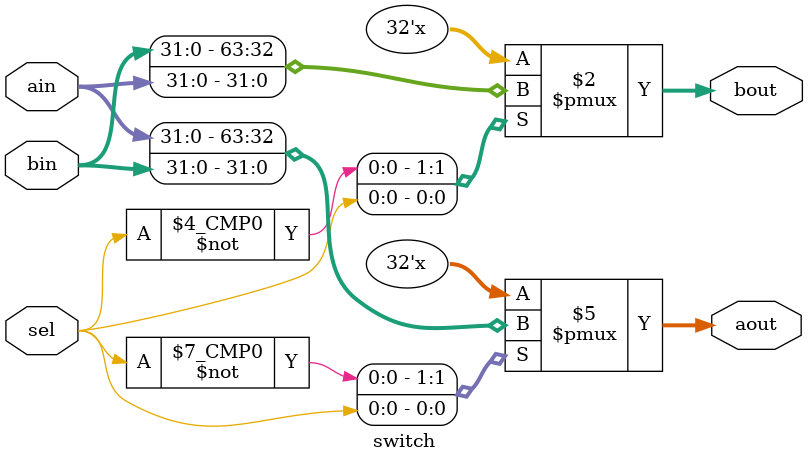
<source format=v>
module switch
    #(parameter P_WIDTH=32) (
        input   [P_WIDTH-1:0] ain, bin,
        output reg  [P_WIDTH-1:0] aout, bout,
        input sel);

    always @(sel, ain, bin) begin
        case(sel)
            1'b0: begin
                aout = ain;
                bout = bin;
            end

            1'b1: begin
                aout = bin;
                bout = ain;
            end

            default: begin
                aout = {P_WIDTH{1'bx}};
                bout = {P_WIDTH{1'bx}};
            end
        endcase
    end
endmodule

</source>
